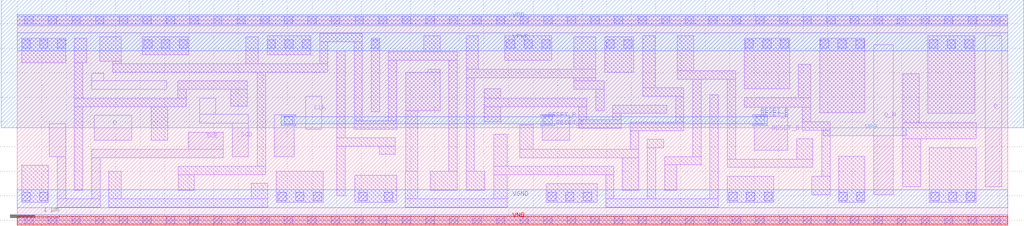
<source format=lef>
# Copyright 2020 The SkyWater PDK Authors
#
# Licensed under the Apache License, Version 2.0 (the "License");
# you may not use this file except in compliance with the License.
# You may obtain a copy of the License at
#
#     https://www.apache.org/licenses/LICENSE-2.0
#
# Unless required by applicable law or agreed to in writing, software
# distributed under the License is distributed on an "AS IS" BASIS,
# WITHOUT WARRANTIES OR CONDITIONS OF ANY KIND, either express or implied.
# See the License for the specific language governing permissions and
# limitations under the License.
#
# SPDX-License-Identifier: Apache-2.0

VERSION 5.7 ;
  NOWIREEXTENSIONATPIN ON ;
  DIVIDERCHAR "/" ;
  BUSBITCHARS "[]" ;
MACRO sky130_fd_sc_hvl__sdfrbp_1
  CLASS CORE ;
  FOREIGN sky130_fd_sc_hvl__sdfrbp_1 ;
  ORIGIN  0.000000  0.000000 ;
  SIZE  20.16000 BY  4.070000 ;
  SYMMETRY X Y R90 ;
  SITE unithv ;
  PIN D
    ANTENNAGATEAREA  0.420000 ;
    DIRECTION INPUT ;
    USE SIGNAL ;
    PORT
      LAYER li1 ;
        RECT 1.565000 1.625000 2.330000 2.135000 ;
    END
  END D
  PIN Q
    ANTENNADIFFAREA  0.626250 ;
    DIRECTION OUTPUT ;
    USE SIGNAL ;
    PORT
      LAYER li1 ;
        RECT 19.700000 0.685000 20.040000 3.755000 ;
    END
  END Q
  PIN Q_N
    ANTENNADIFFAREA  0.596250 ;
    DIRECTION OUTPUT ;
    USE SIGNAL ;
    PORT
      LAYER li1 ;
        RECT 17.435000 0.515000 17.835000 3.570000 ;
    END
  END Q_N
  PIN RESET_B
    ANTENNAGATEAREA  1.260000 ;
    DIRECTION INPUT ;
    USE SIGNAL ;
    PORT
      LAYER li1 ;
        RECT  5.235000 1.295000  5.635000 2.150000 ;
        RECT 10.685000 1.625000 11.245000 2.135000 ;
      LAYER mcon ;
        RECT  5.435000 1.950000  5.605000 2.120000 ;
        RECT 10.715000 1.950000 10.885000 2.120000 ;
    END
    PORT
      LAYER li1 ;
        RECT 15.005000 1.425000 15.685000 2.120000 ;
      LAYER mcon ;
        RECT 15.035000 1.950000 15.205000 2.120000 ;
    END
    PORT
      LAYER met1 ;
        RECT  5.375000 1.920000  5.665000 1.965000 ;
        RECT  5.375000 1.965000 15.265000 2.105000 ;
        RECT  5.375000 2.105000  5.665000 2.150000 ;
        RECT 10.655000 1.920000 10.945000 1.965000 ;
        RECT 10.655000 2.105000 10.945000 2.150000 ;
        RECT 14.975000 1.920000 15.265000 1.965000 ;
        RECT 14.975000 2.105000 15.265000 2.150000 ;
    END
  END RESET_B
  PIN SCD
    ANTENNAGATEAREA  0.420000 ;
    DIRECTION INPUT ;
    USE SIGNAL ;
    PORT
      LAYER li1 ;
        RECT 3.710000 1.975000 4.705000 2.155000 ;
        RECT 3.710000 2.155000 4.040000 2.480000 ;
        RECT 4.375000 1.295000 4.705000 1.975000 ;
    END
  END SCD
  PIN SCE
    ANTENNAGATEAREA  0.840000 ;
    DIRECTION INPUT ;
    USE SIGNAL ;
    PORT
      LAYER li1 ;
        RECT 0.655000 1.295000 0.985000 1.965000 ;
        RECT 0.815000 0.265000 1.685000 0.435000 ;
        RECT 0.815000 0.435000 0.985000 1.295000 ;
        RECT 1.515000 0.435000 1.685000 1.275000 ;
        RECT 1.515000 1.275000 4.195000 1.445000 ;
        RECT 1.515000 2.665000 3.040000 2.835000 ;
        RECT 1.515000 2.835000 1.765000 2.995000 ;
        RECT 3.485000 1.445000 4.195000 1.795000 ;
    END
  END SCE
  PIN CLK
    ANTENNAGATEAREA  0.585000 ;
    DIRECTION INPUT ;
    USE CLOCK ;
    PORT
      LAYER li1 ;
        RECT 5.870000 1.850000 6.200000 2.520000 ;
    END
  END CLK
  PIN VGND
    DIRECTION INOUT ;
    USE GROUND ;
    PORT
      LAYER met1 ;
        RECT 0.000000 0.255000 20.160000 0.625000 ;
    END
  END VGND
  PIN VNB
    DIRECTION INOUT ;
    USE GROUND ;
    PORT
      LAYER met1 ;
        RECT 0.000000 -0.115000 20.160000 0.115000 ;
      LAYER pwell ;
        RECT 0.000000 -0.085000 20.160000 0.085000 ;
    END
  END VNB
  PIN VPB
    DIRECTION INOUT ;
    USE POWER ;
    PORT
      LAYER met1 ;
        RECT 0.000000 3.955000 20.160000 4.185000 ;
      LAYER nwell ;
        RECT -0.330000 1.885000 20.490000 4.485000 ;
        RECT 16.405000 1.720000 18.095000 1.885000 ;
    END
  END VPB
  PIN VPWR
    DIRECTION INOUT ;
    USE POWER ;
    PORT
      LAYER met1 ;
        RECT 0.000000 3.445000 20.160000 3.815000 ;
    END
  END VPWR
  OBS
    LAYER li1 ;
      RECT  0.000000 -0.085000 20.160000 0.085000 ;
      RECT  0.000000  3.985000 20.160000 4.155000 ;
      RECT  0.090000  0.365000  0.635000 1.115000 ;
      RECT  0.090000  3.205000  0.985000 3.705000 ;
      RECT  1.165000  0.615000  1.335000 2.315000 ;
      RECT  1.165000  2.315000  3.440000 2.485000 ;
      RECT  1.165000  2.485000  1.335000 3.205000 ;
      RECT  1.165000  3.205000  1.415000 3.705000 ;
      RECT  1.675000  3.235000  2.115000 3.735000 ;
      RECT  1.865000  0.265000  5.095000 0.435000 ;
      RECT  1.865000  0.435000  2.115000 0.995000 ;
      RECT  1.945000  3.015000  6.325000 3.185000 ;
      RECT  1.945000  3.185000  2.115000 3.235000 ;
      RECT  2.545000  3.365000  3.495000 3.735000 ;
      RECT  2.730000  1.625000  3.060000 2.315000 ;
      RECT  3.270000  2.485000  3.440000 2.665000 ;
      RECT  3.270000  2.665000  4.680000 2.835000 ;
      RECT  3.275000  0.615000  3.605000 0.925000 ;
      RECT  3.275000  0.925000  5.055000 1.095000 ;
      RECT  4.350000  2.325000  4.680000 2.665000 ;
      RECT  4.655000  3.185000  4.905000 3.735000 ;
      RECT  4.765000  0.435000  5.095000 0.755000 ;
      RECT  4.885000  1.095000  5.055000 3.015000 ;
      RECT  5.085000  3.365000  5.975000 3.755000 ;
      RECT  5.275000  0.365000  6.225000 0.995000 ;
      RECT  6.155000  3.185000  6.325000 3.635000 ;
      RECT  6.155000  3.635000  7.025000 3.805000 ;
      RECT  6.505000  0.495000  6.675000 1.505000 ;
      RECT  6.505000  1.505000  7.695000 1.675000 ;
      RECT  6.505000  1.675000  6.675000 3.455000 ;
      RECT  6.855000  1.855000  7.725000 2.025000 ;
      RECT  6.855000  2.025000  7.025000 3.635000 ;
      RECT  6.870000  0.365000  7.720000 0.915000 ;
      RECT  7.205000  2.205000  7.375000 3.705000 ;
      RECT  7.365000  1.345000  7.695000 1.505000 ;
      RECT  7.555000  2.025000  7.725000 3.255000 ;
      RECT  7.555000  3.255000  8.955000 3.425000 ;
      RECT  7.900000  0.265000  9.975000 0.435000 ;
      RECT  7.900000  0.435000  8.150000 0.995000 ;
      RECT  7.905000  0.995000  8.150000 2.225000 ;
      RECT  7.905000  2.225000  8.605000 3.015000 ;
      RECT  8.275000  3.425000  8.605000 3.755000 ;
      RECT  8.355000  3.015000  8.605000 3.075000 ;
      RECT  8.410000  0.615000  8.955000 0.995000 ;
      RECT  8.785000  0.995000  8.955000 3.255000 ;
      RECT  9.135000  0.615000  9.520000 0.995000 ;
      RECT  9.135000  0.995000  9.305000 2.905000 ;
      RECT  9.135000  2.905000 11.775000 3.075000 ;
      RECT  9.135000  3.075000  9.385000 3.755000 ;
      RECT  9.510000  2.005000  9.840000 2.315000 ;
      RECT  9.510000  2.315000 11.595000 2.485000 ;
      RECT  9.510000  2.485000  9.840000 2.675000 ;
      RECT  9.700000  0.435000  9.975000 0.925000 ;
      RECT  9.700000  0.925000 12.145000 1.095000 ;
      RECT  9.700000  1.095000  9.975000 1.755000 ;
      RECT  9.925000  3.255000 10.875000 3.755000 ;
      RECT 10.225000  1.275000 12.645000 1.445000 ;
      RECT 10.225000  1.445000 10.505000 1.945000 ;
      RECT 10.770000  0.365000 11.805000 0.745000 ;
      RECT 11.325000  2.665000 11.945000 2.835000 ;
      RECT 11.325000  2.835000 11.775000 2.905000 ;
      RECT 11.325000  3.075000 11.775000 3.735000 ;
      RECT 11.425000  1.875000 12.295000 2.045000 ;
      RECT 11.425000  2.045000 11.595000 2.315000 ;
      RECT 11.775000  2.225000 11.945000 2.665000 ;
      RECT 11.955000  3.015000 12.545000 3.735000 ;
      RECT 11.975000  0.265000 14.270000 0.435000 ;
      RECT 11.975000  0.435000 12.145000 0.925000 ;
      RECT 12.125000  2.045000 12.295000 2.175000 ;
      RECT 12.125000  2.175000 13.220000 2.345000 ;
      RECT 12.315000  0.615000 12.645000 1.275000 ;
      RECT 12.475000  1.445000 12.645000 1.825000 ;
      RECT 12.475000  1.825000 13.570000 1.995000 ;
      RECT 12.735000  2.525000 13.570000 2.695000 ;
      RECT 12.735000  2.695000 12.985000 3.755000 ;
      RECT 12.825000  0.435000 12.995000 1.475000 ;
      RECT 12.825000  1.475000 13.155000 1.645000 ;
      RECT 13.175000  0.615000 13.425000 1.125000 ;
      RECT 13.175000  1.125000 13.920000 1.295000 ;
      RECT 13.400000  1.995000 13.570000 2.525000 ;
      RECT 13.435000  2.875000 14.620000 3.045000 ;
      RECT 13.435000  3.045000 13.765000 3.755000 ;
      RECT 13.750000  1.295000 13.920000 2.875000 ;
      RECT 14.100000  0.435000 14.270000 2.555000 ;
      RECT 14.450000  0.365000 15.400000 0.895000 ;
      RECT 14.450000  1.075000 16.195000 1.245000 ;
      RECT 14.450000  1.245000 14.620000 2.875000 ;
      RECT 14.800000  2.300000 16.150000 2.495000 ;
      RECT 14.800000  2.675000 15.720000 3.705000 ;
      RECT 15.865000  1.245000 16.195000 1.655000 ;
      RECT 15.900000  2.495000 16.150000 3.175000 ;
      RECT 15.980000  1.835000 16.545000 2.005000 ;
      RECT 15.980000  2.005000 16.150000 2.300000 ;
      RECT 16.175000  0.515000 16.545000 0.895000 ;
      RECT 16.330000  2.185000 17.255000 3.705000 ;
      RECT 16.375000  0.895000 16.545000 1.835000 ;
      RECT 16.725000  0.365000 17.255000 1.305000 ;
      RECT 18.025000  0.685000 18.385000 1.655000 ;
      RECT 18.025000  1.655000 19.520000 1.985000 ;
      RECT 18.025000  1.985000 18.355000 2.985000 ;
      RECT 18.535000  2.175000 19.485000 3.755000 ;
      RECT 18.565000  0.365000 19.515000 1.475000 ;
    LAYER mcon ;
      RECT  0.095000  0.395000  0.265000 0.565000 ;
      RECT  0.095000  3.505000  0.265000 3.675000 ;
      RECT  0.155000 -0.085000  0.325000 0.085000 ;
      RECT  0.155000  3.985000  0.325000 4.155000 ;
      RECT  0.455000  0.395000  0.625000 0.565000 ;
      RECT  0.455000  3.505000  0.625000 3.675000 ;
      RECT  0.635000 -0.085000  0.805000 0.085000 ;
      RECT  0.635000  3.985000  0.805000 4.155000 ;
      RECT  0.815000  3.505000  0.985000 3.675000 ;
      RECT  1.115000 -0.085000  1.285000 0.085000 ;
      RECT  1.115000  3.985000  1.285000 4.155000 ;
      RECT  1.595000 -0.085000  1.765000 0.085000 ;
      RECT  1.595000  3.985000  1.765000 4.155000 ;
      RECT  2.075000 -0.085000  2.245000 0.085000 ;
      RECT  2.075000  3.985000  2.245000 4.155000 ;
      RECT  2.555000 -0.085000  2.725000 0.085000 ;
      RECT  2.555000  3.985000  2.725000 4.155000 ;
      RECT  2.575000  3.505000  2.745000 3.675000 ;
      RECT  2.935000  3.505000  3.105000 3.675000 ;
      RECT  3.035000 -0.085000  3.205000 0.085000 ;
      RECT  3.035000  3.985000  3.205000 4.155000 ;
      RECT  3.295000  3.505000  3.465000 3.675000 ;
      RECT  3.515000 -0.085000  3.685000 0.085000 ;
      RECT  3.515000  3.985000  3.685000 4.155000 ;
      RECT  3.995000 -0.085000  4.165000 0.085000 ;
      RECT  3.995000  3.985000  4.165000 4.155000 ;
      RECT  4.475000 -0.085000  4.645000 0.085000 ;
      RECT  4.475000  3.985000  4.645000 4.155000 ;
      RECT  4.955000 -0.085000  5.125000 0.085000 ;
      RECT  4.955000  3.985000  5.125000 4.155000 ;
      RECT  5.085000  3.505000  5.255000 3.675000 ;
      RECT  5.305000  0.395000  5.475000 0.565000 ;
      RECT  5.435000 -0.085000  5.605000 0.085000 ;
      RECT  5.435000  3.985000  5.605000 4.155000 ;
      RECT  5.445000  3.505000  5.615000 3.675000 ;
      RECT  5.665000  0.395000  5.835000 0.565000 ;
      RECT  5.805000  3.505000  5.975000 3.675000 ;
      RECT  5.915000 -0.085000  6.085000 0.085000 ;
      RECT  5.915000  3.985000  6.085000 4.155000 ;
      RECT  6.025000  0.395000  6.195000 0.565000 ;
      RECT  6.395000 -0.085000  6.565000 0.085000 ;
      RECT  6.395000  3.985000  6.565000 4.155000 ;
      RECT  6.875000 -0.085000  7.045000 0.085000 ;
      RECT  6.875000  3.985000  7.045000 4.155000 ;
      RECT  6.950000  0.395000  7.120000 0.565000 ;
      RECT  7.205000  3.505000  7.375000 3.675000 ;
      RECT  7.355000 -0.085000  7.525000 0.085000 ;
      RECT  7.355000  3.985000  7.525000 4.155000 ;
      RECT  7.470000  0.395000  7.640000 0.565000 ;
      RECT  7.835000 -0.085000  8.005000 0.085000 ;
      RECT  7.835000  3.985000  8.005000 4.155000 ;
      RECT  8.315000 -0.085000  8.485000 0.085000 ;
      RECT  8.315000  3.985000  8.485000 4.155000 ;
      RECT  8.795000 -0.085000  8.965000 0.085000 ;
      RECT  8.795000  3.985000  8.965000 4.155000 ;
      RECT  9.275000 -0.085000  9.445000 0.085000 ;
      RECT  9.275000  3.985000  9.445000 4.155000 ;
      RECT  9.755000 -0.085000  9.925000 0.085000 ;
      RECT  9.755000  3.985000  9.925000 4.155000 ;
      RECT  9.955000  3.505000 10.125000 3.675000 ;
      RECT 10.235000 -0.085000 10.405000 0.085000 ;
      RECT 10.235000  3.985000 10.405000 4.155000 ;
      RECT 10.315000  3.505000 10.485000 3.675000 ;
      RECT 10.675000  3.505000 10.845000 3.675000 ;
      RECT 10.715000 -0.085000 10.885000 0.085000 ;
      RECT 10.715000  3.985000 10.885000 4.155000 ;
      RECT 10.800000  0.395000 10.970000 0.565000 ;
      RECT 11.160000  0.395000 11.330000 0.565000 ;
      RECT 11.195000 -0.085000 11.365000 0.085000 ;
      RECT 11.195000  3.985000 11.365000 4.155000 ;
      RECT 11.520000  0.395000 11.690000 0.565000 ;
      RECT 11.675000 -0.085000 11.845000 0.085000 ;
      RECT 11.675000  3.985000 11.845000 4.155000 ;
      RECT 11.985000  3.505000 12.155000 3.675000 ;
      RECT 12.155000 -0.085000 12.325000 0.085000 ;
      RECT 12.155000  3.985000 12.325000 4.155000 ;
      RECT 12.345000  3.505000 12.515000 3.675000 ;
      RECT 12.635000 -0.085000 12.805000 0.085000 ;
      RECT 12.635000  3.985000 12.805000 4.155000 ;
      RECT 13.115000 -0.085000 13.285000 0.085000 ;
      RECT 13.115000  3.985000 13.285000 4.155000 ;
      RECT 13.595000 -0.085000 13.765000 0.085000 ;
      RECT 13.595000  3.985000 13.765000 4.155000 ;
      RECT 14.075000 -0.085000 14.245000 0.085000 ;
      RECT 14.075000  3.985000 14.245000 4.155000 ;
      RECT 14.480000  0.395000 14.650000 0.565000 ;
      RECT 14.555000 -0.085000 14.725000 0.085000 ;
      RECT 14.555000  3.985000 14.725000 4.155000 ;
      RECT 14.815000  3.505000 14.985000 3.675000 ;
      RECT 14.840000  0.395000 15.010000 0.565000 ;
      RECT 15.035000 -0.085000 15.205000 0.085000 ;
      RECT 15.035000  3.985000 15.205000 4.155000 ;
      RECT 15.175000  3.505000 15.345000 3.675000 ;
      RECT 15.200000  0.395000 15.370000 0.565000 ;
      RECT 15.515000 -0.085000 15.685000 0.085000 ;
      RECT 15.515000  3.985000 15.685000 4.155000 ;
      RECT 15.535000  3.505000 15.705000 3.675000 ;
      RECT 15.995000 -0.085000 16.165000 0.085000 ;
      RECT 15.995000  3.985000 16.165000 4.155000 ;
      RECT 16.345000  3.505000 16.515000 3.675000 ;
      RECT 16.475000 -0.085000 16.645000 0.085000 ;
      RECT 16.475000  3.985000 16.645000 4.155000 ;
      RECT 16.705000  3.505000 16.875000 3.675000 ;
      RECT 16.725000  0.395000 16.895000 0.565000 ;
      RECT 16.955000 -0.085000 17.125000 0.085000 ;
      RECT 16.955000  3.985000 17.125000 4.155000 ;
      RECT 17.065000  3.505000 17.235000 3.675000 ;
      RECT 17.085000  0.395000 17.255000 0.565000 ;
      RECT 17.435000 -0.085000 17.605000 0.085000 ;
      RECT 17.435000  3.985000 17.605000 4.155000 ;
      RECT 17.915000 -0.085000 18.085000 0.085000 ;
      RECT 17.915000  3.985000 18.085000 4.155000 ;
      RECT 18.395000 -0.085000 18.565000 0.085000 ;
      RECT 18.395000  3.985000 18.565000 4.155000 ;
      RECT 18.565000  3.505000 18.735000 3.675000 ;
      RECT 18.595000  0.395000 18.765000 0.565000 ;
      RECT 18.875000 -0.085000 19.045000 0.085000 ;
      RECT 18.875000  3.985000 19.045000 4.155000 ;
      RECT 18.925000  3.505000 19.095000 3.675000 ;
      RECT 18.955000  0.395000 19.125000 0.565000 ;
      RECT 19.285000  3.505000 19.455000 3.675000 ;
      RECT 19.315000  0.395000 19.485000 0.565000 ;
      RECT 19.355000 -0.085000 19.525000 0.085000 ;
      RECT 19.355000  3.985000 19.525000 4.155000 ;
      RECT 19.835000 -0.085000 20.005000 0.085000 ;
      RECT 19.835000  3.985000 20.005000 4.155000 ;
  END
END sky130_fd_sc_hvl__sdfrbp_1
END LIBRARY

</source>
